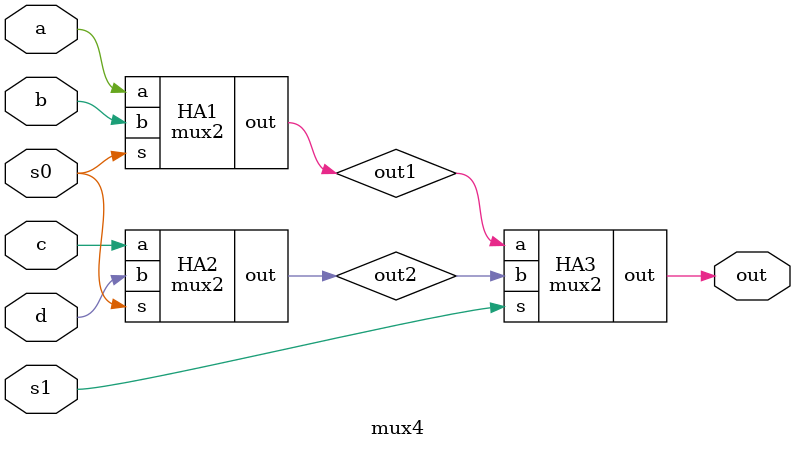
<source format=v>
module mux2(
    input a,b,s,
    output out
);
    assign out = s ? a : b;

endmodule

module mux4(
    input a,b,c,d,s0,s1,
    output out
);
    wire out1,out2;

    mux2 HA1 ( .a(a), .b(b), .s(s0), .out(out1));
    mux2 HA2 ( .a(c), .b(d), .s(s0), .out(out2));
    mux2 HA3 ( .a(out1), .b(out2), .s(s1), .out(out));


endmodule
</source>
